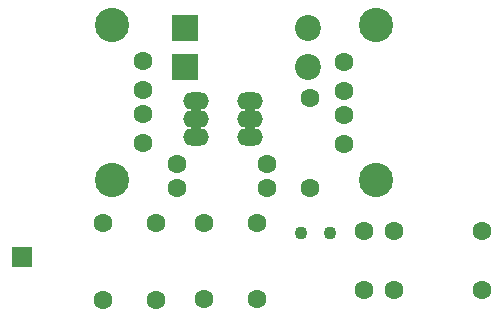
<source format=gts>
%FSLAX44Y44*%
%MOMM*%
G71*
G01*
G75*
G04 Layer_Color=8388736*
%ADD10C,0.4000*%
%ADD11O,2.0000X1.2500*%
%ADD12O,2.0000X1.2500*%
%ADD13C,1.4000*%
%ADD14R,1.5000X1.5000*%
%ADD15C,2.7000*%
%ADD16R,2.0000X2.0000*%
%ADD17C,2.0000*%
%ADD18C,0.9000*%
%ADD19C,0.2000*%
%ADD20C,0.2500*%
%ADD21C,0.1000*%
%ADD22C,0.1500*%
%ADD23R,0.8000X2.8000*%
%ADD24O,2.2000X1.4500*%
%ADD25O,2.2000X1.4500*%
%ADD26C,1.6000*%
%ADD27R,1.7000X1.7000*%
%ADD28C,2.9000*%
%ADD29R,2.2000X2.2000*%
%ADD30C,2.2000*%
%ADD31C,1.1000*%
D24*
X599440Y746720D02*
D03*
Y716320D02*
D03*
X553720D02*
D03*
Y746720D02*
D03*
D25*
X599440Y731520D02*
D03*
X553720D02*
D03*
D26*
X537300Y673360D02*
D03*
X613500D02*
D03*
X509210Y781204D02*
D03*
Y756204D02*
D03*
Y736204D02*
D03*
Y711204D02*
D03*
X520210Y578590D02*
D03*
Y643590D02*
D03*
X475210Y578590D02*
D03*
Y643590D02*
D03*
X560090Y644090D02*
D03*
Y579090D02*
D03*
X605090Y644090D02*
D03*
Y579090D02*
D03*
X679120Y710470D02*
D03*
Y735470D02*
D03*
Y755470D02*
D03*
Y780470D02*
D03*
X650240Y749300D02*
D03*
Y673100D02*
D03*
X613500Y693680D02*
D03*
X537300D02*
D03*
X696180Y587180D02*
D03*
X721180D02*
D03*
X796180D02*
D03*
Y637180D02*
D03*
X721180D02*
D03*
X696180D02*
D03*
D27*
X406400Y614680D02*
D03*
D28*
X482210Y811204D02*
D03*
Y679954D02*
D03*
X706120Y680470D02*
D03*
Y811720D02*
D03*
D29*
X544060Y775520D02*
D03*
Y809240D02*
D03*
D30*
X648660Y775520D02*
D03*
Y809240D02*
D03*
D31*
X667450Y635100D02*
D03*
X642450D02*
D03*
M02*

</source>
